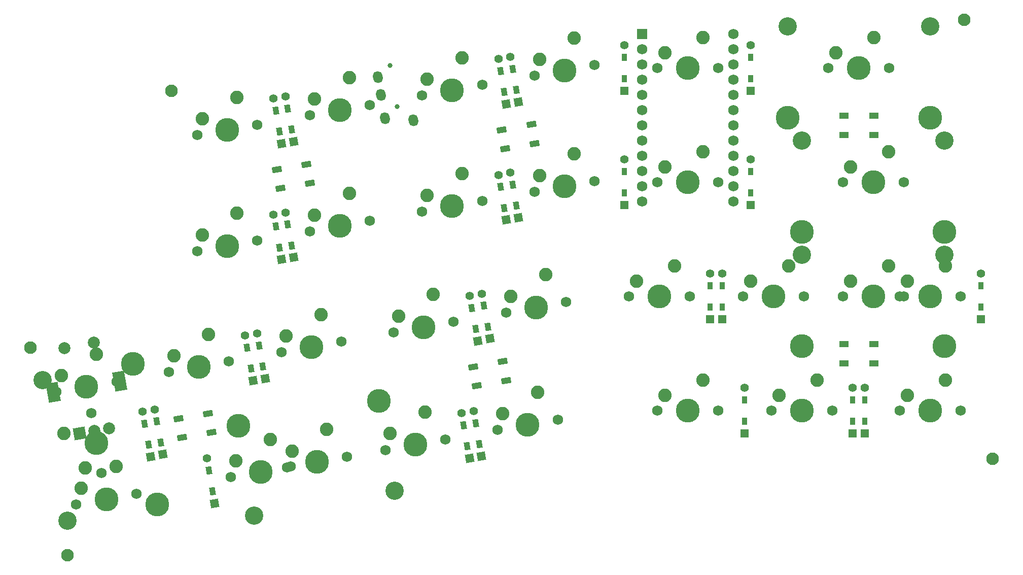
<source format=gbr>
%TF.GenerationSoftware,KiCad,Pcbnew,7.0.6*%
%TF.CreationDate,2024-02-11T12:35:39+01:00*%
%TF.ProjectId,chocobanan_right,63686f63-6f62-4616-9e61-6e5f72696768,rev?*%
%TF.SameCoordinates,Original*%
%TF.FileFunction,Soldermask,Bot*%
%TF.FilePolarity,Negative*%
%FSLAX46Y46*%
G04 Gerber Fmt 4.6, Leading zero omitted, Abs format (unit mm)*
G04 Created by KiCad (PCBNEW 7.0.6) date 2024-02-11 12:35:39*
%MOMM*%
%LPD*%
G01*
G04 APERTURE LIST*
G04 Aperture macros list*
%AMHorizOval*
0 Thick line with rounded ends*
0 $1 width*
0 $2 $3 position (X,Y) of the first rounded end (center of the circle)*
0 $4 $5 position (X,Y) of the second rounded end (center of the circle)*
0 Add line between two ends*
20,1,$1,$2,$3,$4,$5,0*
0 Add two circle primitives to create the rounded ends*
1,1,$1,$2,$3*
1,1,$1,$4,$5*%
%AMRotRect*
0 Rectangle, with rotation*
0 The origin of the aperture is its center*
0 $1 length*
0 $2 width*
0 $3 Rotation angle, in degrees counterclockwise*
0 Add horizontal line*
21,1,$1,$2,0,0,$3*%
G04 Aperture macros list end*
%ADD10R,1.397000X1.397000*%
%ADD11R,0.950000X1.300000*%
%ADD12C,1.397000*%
%ADD13RotRect,1.397000X1.397000X100.000000*%
%ADD14RotRect,1.300000X0.950000X100.000000*%
%ADD15C,1.750000*%
%ADD16C,3.987800*%
%ADD17C,2.250000*%
%ADD18C,3.048000*%
%ADD19R,1.752600X1.752600*%
%ADD20C,1.752600*%
%ADD21RotRect,3.200000X2.000000X100.000000*%
%ADD22RotRect,2.000000X2.000000X100.000000*%
%ADD23C,2.000000*%
%ADD24C,2.100000*%
%ADD25R,1.600000X1.000000*%
%ADD26RotRect,1.600000X1.000000X10.000000*%
%ADD27C,0.800000*%
%ADD28HorizOval,1.600000X-0.034730X0.196962X0.034730X-0.196962X0*%
G04 APERTURE END LIST*
D10*
%TO.C,D12*%
X-19050000Y-60960000D03*
D11*
X-19050000Y-58925000D03*
X-19050000Y-55375000D03*
D12*
X-19050000Y-53340000D03*
%TD*%
D13*
%TO.C,D16*%
X-62989685Y-64714680D03*
D14*
X-63343059Y-62710596D03*
X-63959511Y-59214528D03*
D12*
X-64312885Y-57210444D03*
%TD*%
D15*
%TO.C,MX19*%
X-77660203Y-44088836D03*
D16*
X-72657380Y-43206703D03*
D15*
X-67654557Y-42324570D03*
D17*
X-76850564Y-41366891D03*
X-71038101Y-37762813D03*
%TD*%
D18*
%TO.C,MX1*%
X-11906250Y6985000D03*
D16*
X-11906250Y-8255000D03*
D15*
X-5080000Y0D03*
D16*
X0Y0D03*
D15*
X5080000Y0D03*
D18*
X11906250Y6985000D03*
D16*
X11906250Y-8255000D03*
D17*
X-3810000Y2540000D03*
X2540000Y5080000D03*
%TD*%
D13*
%TO.C,D21*%
X-96382113Y-12571035D03*
D14*
X-96735487Y-10566951D03*
X-97351939Y-7070883D03*
D12*
X-97705313Y-5066799D03*
%TD*%
D15*
%TO.C,MX10*%
X-54137116Y-20597204D03*
D16*
X-49134293Y-19715071D03*
D15*
X-44131470Y-18832938D03*
D17*
X-53327477Y-17875259D03*
X-47515014Y-14271181D03*
%TD*%
D15*
%TO.C,MX16*%
X-60281765Y-60368425D03*
D16*
X-55278942Y-59486292D03*
D15*
X-50276119Y-58604159D03*
D17*
X-59472126Y-57646480D03*
X-53659663Y-54042402D03*
%TD*%
D13*
%TO.C,D27*%
X-118251202Y-64786838D03*
D14*
X-118604576Y-62782754D03*
X-119221028Y-59286686D03*
D12*
X-119574402Y-57282602D03*
%TD*%
D15*
%TO.C,MX24*%
X-104838161Y-68224920D03*
D16*
X-99835338Y-67342787D03*
D15*
X-94832515Y-66460654D03*
D17*
X-104028522Y-65502975D03*
X-98216059Y-61898897D03*
%TD*%
D15*
%TO.C,MX11*%
X-38417500Y-38100000D03*
D16*
X-33337500Y-38100000D03*
D15*
X-28257500Y-38100000D03*
D17*
X-37147500Y-35560000D03*
X-30797500Y-33020000D03*
%TD*%
D15*
%TO.C,MX7*%
X-19367500Y-38100000D03*
D16*
X-14287500Y-38100000D03*
D15*
X-9207500Y-38100000D03*
D17*
X-18097500Y-35560000D03*
X-11747500Y-33020000D03*
%TD*%
D13*
%TO.C,D17*%
X-94366211Y-12215577D03*
D14*
X-94719585Y-10211493D03*
X-95336037Y-6715425D03*
D12*
X-95689411Y-4711341D03*
%TD*%
D13*
%TO.C,D14*%
X-58860937Y-25298917D03*
D14*
X-59214311Y-23294833D03*
X-59830763Y-19798765D03*
D12*
X-60184137Y-17794681D03*
%TD*%
D15*
%TO.C,MX21*%
X-110418879Y-11177320D03*
D16*
X-105416056Y-10295187D03*
D15*
X-100413233Y-9413054D03*
D17*
X-109609240Y-8455375D03*
X-103796777Y-4851297D03*
%TD*%
D13*
%TO.C,D23*%
X-99128711Y-51743089D03*
D14*
X-99482085Y-49739005D03*
X-100098537Y-46242937D03*
D12*
X-100451911Y-44238853D03*
%TD*%
D15*
%TO.C,MX13*%
X-72897703Y-4561325D03*
D16*
X-67894880Y-3679192D03*
D15*
X-62892057Y-2797059D03*
D17*
X-72088064Y-1839380D03*
X-66275601Y1764698D03*
%TD*%
D10*
%TO.C,D3*%
X20408250Y-41910000D03*
D11*
X20408250Y-39875000D03*
X20408250Y-36325000D03*
D12*
X20408250Y-34290000D03*
%TD*%
D15*
%TO.C,MX15*%
X-58899616Y-40780838D03*
D16*
X-53896793Y-39898705D03*
D15*
X-48893970Y-39016572D03*
D17*
X-58089977Y-38058893D03*
X-52277514Y-34454815D03*
%TD*%
D10*
%TO.C,D4*%
X1023500Y-60960000D03*
D11*
X1023500Y-58925000D03*
X1023500Y-55375000D03*
D12*
X1023500Y-53340000D03*
%TD*%
D10*
%TO.C,D5*%
X-39123500Y-3810000D03*
D11*
X-39123500Y-1775000D03*
X-39123500Y1775000D03*
D12*
X-39123500Y3810000D03*
%TD*%
D15*
%TO.C,MX20*%
X-79042353Y-63676423D03*
D16*
X-74039530Y-62794290D03*
D15*
X-69036707Y-61912157D03*
D17*
X-78232714Y-60954478D03*
X-72420251Y-57350400D03*
%TD*%
D16*
%TO.C,MX24.1*%
X-103613877Y-59626699D03*
D18*
X-100967479Y-74635169D03*
D15*
X-95457867Y-66570921D03*
D16*
X-90455044Y-65688788D03*
D15*
X-85452221Y-64806655D03*
D16*
X-80163142Y-55491701D03*
D18*
X-77516744Y-70500172D03*
D17*
X-94648228Y-63848976D03*
X-88835765Y-60244898D03*
%TD*%
D13*
%TO.C,D10*%
X-56845036Y-24943459D03*
D14*
X-57198410Y-22939375D03*
X-57814862Y-19443307D03*
D12*
X-58168236Y-17439223D03*
%TD*%
D15*
%TO.C,MX25*%
X-115181379Y-50704831D03*
D16*
X-110178556Y-49822698D03*
D15*
X-105175733Y-48940565D03*
D17*
X-114371740Y-47982886D03*
X-108559277Y-44378808D03*
%TD*%
D15*
%TO.C,MX23*%
X-96420791Y-47396834D03*
D16*
X-91417968Y-46514701D03*
D15*
X-86415145Y-45632568D03*
D17*
X-95611152Y-44674889D03*
X-89798689Y-41070811D03*
%TD*%
D19*
%TO.C,U1*%
X-36195000Y5715000D03*
D20*
X-36195000Y3175000D03*
X-36195000Y635000D03*
X-36195000Y-1905000D03*
X-36195000Y-4445000D03*
X-36195000Y-6985000D03*
X-36195000Y-9525000D03*
X-36195000Y-12065000D03*
X-36195000Y-14605000D03*
X-36195000Y-17145000D03*
X-36195000Y-19685000D03*
X-36195000Y-22225000D03*
X-20955000Y-22225000D03*
X-20955000Y-19685000D03*
X-20955000Y-17145000D03*
X-20955000Y-14605000D03*
X-20955000Y-12065000D03*
X-20955000Y-9525000D03*
X-20955000Y-6985000D03*
X-20955000Y-4445000D03*
X-20955000Y-1905000D03*
X-20955000Y635000D03*
X-20955000Y3175000D03*
X-20955000Y5715000D03*
%TD*%
D15*
%TO.C,MX8*%
X-14605000Y-57150000D03*
D16*
X-9525000Y-57150000D03*
D15*
X-4445000Y-57150000D03*
D17*
X-13335000Y-54610000D03*
X-6985000Y-52070000D03*
%TD*%
D10*
%TO.C,D7*%
X-22789000Y-41910000D03*
D11*
X-22789000Y-39875000D03*
X-22789000Y-36325000D03*
D12*
X-22789000Y-34290000D03*
%TD*%
D18*
%TO.C,MX2*%
X-9525000Y-12065000D03*
D16*
X-9525000Y-27305000D03*
D15*
X-2698750Y-19050000D03*
D16*
X2381250Y-19050000D03*
D15*
X7461250Y-19050000D03*
D18*
X14287500Y-12065000D03*
D16*
X14287500Y-27305000D03*
D17*
X-1428750Y-16510000D03*
X4921250Y-13970000D03*
%TD*%
D13*
%TO.C,D15*%
X-61607536Y-45127093D03*
D14*
X-61960910Y-43123009D03*
X-62577362Y-39626941D03*
D12*
X-62930736Y-37622857D03*
%TD*%
D13*
%TO.C,D24*%
X-107546573Y-72571262D03*
D14*
X-107899947Y-70567178D03*
X-108516399Y-67071110D03*
D12*
X-108869773Y-65067026D03*
%TD*%
%TO.C,D26*%
X-117543374Y-56915916D03*
D14*
X-117190000Y-58920000D03*
X-116573548Y-62416068D03*
D13*
X-116220174Y-64420152D03*
%TD*%
D18*
%TO.C,MX3.1*%
X-9525000Y-31115000D03*
D16*
X-9525000Y-46355000D03*
D15*
X-2698750Y-38100000D03*
D16*
X2381250Y-38100000D03*
D15*
X7461250Y-38100000D03*
D18*
X14287500Y-31115000D03*
D16*
X14287500Y-46355000D03*
D17*
X-1428750Y-35560000D03*
X4921250Y-33020000D03*
%TD*%
D15*
%TO.C,MX3*%
X6826250Y-38100000D03*
D16*
X11906250Y-38100000D03*
D15*
X16986250Y-38100000D03*
D17*
X8096250Y-35560000D03*
X14446250Y-33020000D03*
%TD*%
D10*
%TO.C,D6*%
X-39123500Y-22860000D03*
D11*
X-39123500Y-20825000D03*
X-39123500Y-17275000D03*
D12*
X-39123500Y-15240000D03*
%TD*%
D18*
%TO.C,MX20.1*%
X-132096529Y-75449290D03*
D16*
X-117088058Y-72802892D03*
D15*
X-126403012Y-67513813D03*
D16*
X-127285145Y-62510990D03*
D15*
X-128167278Y-57508167D03*
D18*
X-136231526Y-51998555D03*
D16*
X-121223056Y-49352157D03*
D17*
X-129124957Y-66704174D03*
X-132729035Y-60891711D03*
%TD*%
D13*
%TO.C,D22*%
X-96382113Y-31914912D03*
D14*
X-96735487Y-29910828D03*
X-97351939Y-26414760D03*
D12*
X-97705313Y-24410676D03*
%TD*%
D15*
%TO.C,MX5*%
X-33655000Y0D03*
D16*
X-28575000Y0D03*
D15*
X-23495000Y0D03*
D17*
X-32385000Y2540000D03*
X-26035000Y5080000D03*
%TD*%
D15*
%TO.C,MX17*%
X-91658291Y-7869322D03*
D16*
X-86655468Y-6987189D03*
D15*
X-81652645Y-6105056D03*
D17*
X-90848652Y-5147377D03*
X-85036189Y-1543299D03*
%TD*%
D15*
%TO.C,MX9*%
X-54137116Y-1253327D03*
D16*
X-49134293Y-371194D03*
D15*
X-44131470Y510939D03*
D17*
X-53327477Y1468618D03*
X-47515014Y5072696D03*
%TD*%
D15*
%TO.C,MX14*%
X-72897703Y-23905202D03*
D16*
X-67894880Y-23023069D03*
D15*
X-62892057Y-22140936D03*
D17*
X-72088064Y-21183257D03*
X-66275601Y-17579179D03*
%TD*%
D10*
%TO.C,D11*%
X-24836000Y-41910000D03*
D11*
X-24836000Y-39875000D03*
X-24836000Y-36325000D03*
D12*
X-24836000Y-34290000D03*
%TD*%
D15*
%TO.C,MX22*%
X-110418879Y-30521197D03*
D16*
X-105416056Y-29639064D03*
D15*
X-100413233Y-28756931D03*
D17*
X-109609240Y-27799252D03*
X-103796777Y-24195174D03*
%TD*%
D13*
%TO.C,D18*%
X-94366211Y-31559454D03*
D14*
X-94719585Y-29555370D03*
X-95336037Y-26059302D03*
D12*
X-95689411Y-24055218D03*
%TD*%
D13*
%TO.C,D25*%
X-101144613Y-52098546D03*
D14*
X-101497987Y-50094462D03*
X-102114439Y-46598394D03*
D12*
X-102467813Y-44594310D03*
%TD*%
D21*
%TO.C,SW1*%
X-134454067Y-54103126D03*
X-123424221Y-52158266D03*
D22*
X-130098802Y-60950875D03*
D23*
X-125174763Y-60082634D03*
X-127636783Y-60516754D03*
X-127692662Y-45802921D03*
X-132616701Y-46671162D03*
%TD*%
D15*
%TO.C,MX26*%
X-133941967Y-54012829D03*
D16*
X-128939144Y-53130696D03*
D15*
X-123936321Y-52248563D03*
D17*
X-133132328Y-51290884D03*
X-127319865Y-47686806D03*
%TD*%
D13*
%TO.C,D9*%
X-56845036Y-5599582D03*
D14*
X-57198410Y-3595498D03*
X-57814862Y-99430D03*
D12*
X-58168236Y1904654D03*
%TD*%
D10*
%TO.C,D8*%
X-1023500Y-60960000D03*
D11*
X-1023500Y-58925000D03*
X-1023500Y-55375000D03*
D12*
X-1023500Y-53340000D03*
%TD*%
D15*
%TO.C,MX6*%
X-33655000Y-19050000D03*
D16*
X-28575000Y-19050000D03*
D15*
X-23495000Y-19050000D03*
D17*
X-32385000Y-16510000D03*
X-26035000Y-13970000D03*
%TD*%
D10*
%TO.C,D2*%
X-18026500Y-22860000D03*
D11*
X-18026500Y-20825000D03*
X-18026500Y-17275000D03*
D12*
X-18026500Y-15240000D03*
%TD*%
D15*
%TO.C,MX27*%
X-130633969Y-72773417D03*
D16*
X-125631146Y-71891284D03*
D15*
X-120628323Y-71009151D03*
D17*
X-129824330Y-70051472D03*
X-124011867Y-66447394D03*
%TD*%
D13*
%TO.C,D20*%
X-65005586Y-65070138D03*
D14*
X-65358960Y-63066054D03*
X-65975412Y-59569986D03*
D12*
X-66328786Y-57565902D03*
%TD*%
D13*
%TO.C,D13*%
X-58860937Y-5955040D03*
D14*
X-59214311Y-3950956D03*
X-59830763Y-454888D03*
D12*
X-60184137Y1549196D03*
%TD*%
D15*
%TO.C,MX18*%
X-91658291Y-27213199D03*
D16*
X-86655468Y-26331066D03*
D15*
X-81652645Y-25448933D03*
D17*
X-90848652Y-24491254D03*
X-85036189Y-20887176D03*
%TD*%
D10*
%TO.C,D1*%
X-18026500Y-3810000D03*
D11*
X-18026500Y-1775000D03*
X-18026500Y1775000D03*
D12*
X-18026500Y3810000D03*
%TD*%
D15*
%TO.C,MX12*%
X-33655000Y-57150000D03*
D16*
X-28575000Y-57150000D03*
D15*
X-23495000Y-57150000D03*
D17*
X-32385000Y-54610000D03*
X-26035000Y-52070000D03*
%TD*%
D15*
%TO.C,MX4*%
X6826250Y-57150000D03*
D16*
X11906250Y-57150000D03*
D15*
X16986250Y-57150000D03*
D17*
X8096250Y-54610000D03*
X14446250Y-52070000D03*
%TD*%
D13*
%TO.C,D19*%
X-63623437Y-45482551D03*
D14*
X-63976811Y-43478467D03*
X-64593263Y-39982399D03*
D12*
X-64946637Y-37978315D03*
%TD*%
D24*
%TO.C,H2*%
X22330500Y-65192830D03*
%TD*%
%TO.C,H3*%
X-114733517Y-3771031D03*
%TD*%
D25*
%TO.C,RGB6*%
X-2500000Y-49225000D03*
X-2500000Y-46025000D03*
X2500000Y-46025000D03*
X2500000Y-49225000D03*
%TD*%
D24*
%TO.C,H5*%
X-132155302Y-81208745D03*
%TD*%
%TO.C,H1*%
X17568000Y8042830D03*
%TD*%
%TO.C,H4*%
X-138256605Y-46606540D03*
%TD*%
D26*
%TO.C,RGB5*%
X-63807270Y-52942811D03*
X-64362944Y-49791426D03*
X-59438906Y-48923185D03*
X-58883232Y-52074570D03*
%TD*%
D27*
%TO.C,U2*%
X-77088503Y-6391859D03*
X-78304040Y501796D03*
D28*
X-74354595Y-8651449D03*
X-79075724Y-8366942D03*
X-79770316Y-4427711D03*
X-80291261Y-1473287D03*
%TD*%
D26*
%TO.C,RGB3*%
X-96565945Y-20031295D03*
X-97121619Y-16879910D03*
X-92197581Y-16011669D03*
X-91641907Y-19163054D03*
%TD*%
D25*
%TO.C,RGB1*%
X-2500000Y-11125000D03*
X-2500000Y-7925000D03*
X2500000Y-7925000D03*
X2500000Y-11125000D03*
%TD*%
D26*
%TO.C,RGB4*%
X-113003343Y-61617406D03*
X-113559017Y-58466021D03*
X-108634979Y-57597780D03*
X-108079305Y-60749165D03*
%TD*%
%TO.C,RGB2*%
X-59044770Y-13415300D03*
X-59600444Y-10263915D03*
X-54676406Y-9395674D03*
X-54120732Y-12547059D03*
%TD*%
M02*

</source>
